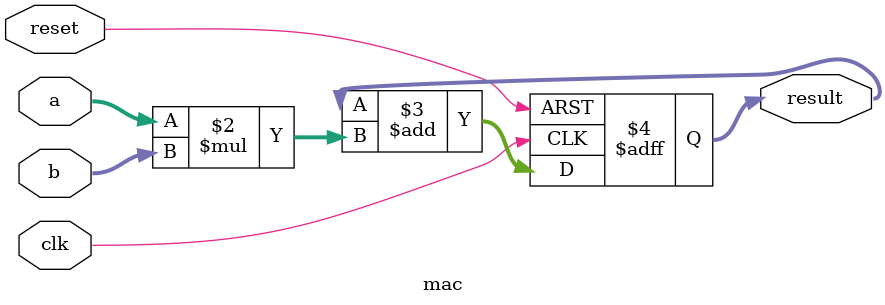
<source format=v>
module mac (   
    input wire clk,          // Added clock signal
    input wire reset,        
    input wire [7:0] a,      
    input wire [7:0] b,      
    output reg [15:0] result 
);

    always @(posedge clk or posedge reset) begin
        if (reset) begin
            result <= 16'b0;  // Reset the result
        end else begin
            result <= result + (a * b);  // Accumulate a * b on each clock cycle
        end
    end
endmodule

</source>
